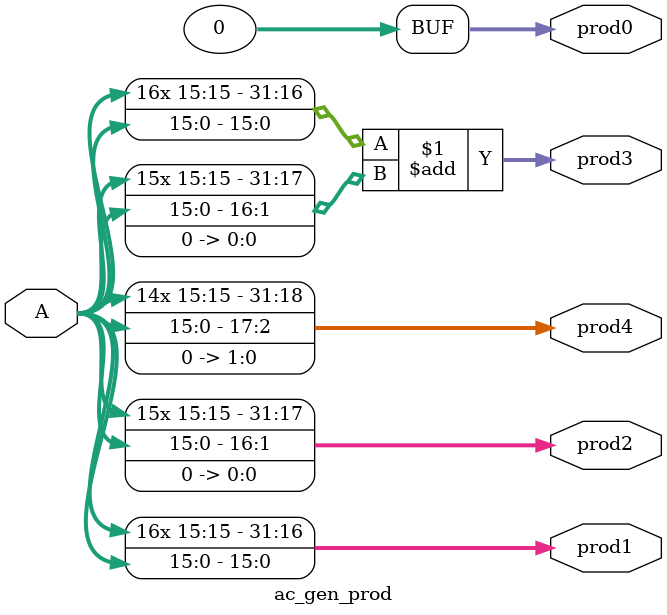
<source format=v>
module ac_gen_prod (
    input [15:0] A,
    output [31:0] prod0,
    output [31:0] prod1,
    output [31:0] prod2,
    output [31:0] prod3,
    output [31:0] prod4
    //这里为了wallce tree方便，直接生成了32位的结果
);
   
    assign prod0 = 32'd0;
    assign prod1 = {{16{A[15]}},A};
    assign prod2 = {{15{A[15]}},A,1'b0};
    assign prod3 = {{16{A[15]}},A}+{{15{A[15]}},A,1'b0};
    assign prod4 = {{14{A[15]}},A,2'b00};
endmodule
</source>
